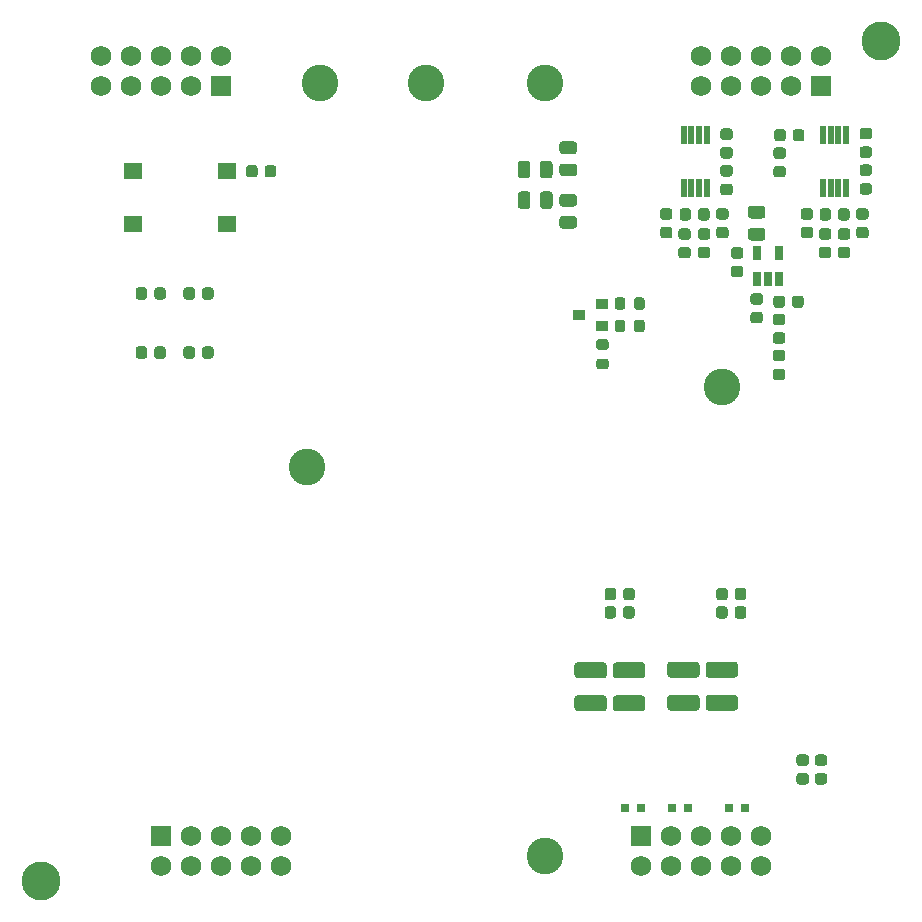
<source format=gts>
G04 #@! TF.GenerationSoftware,KiCad,Pcbnew,(5.1.6)-1*
G04 #@! TF.CreationDate,2021-04-16T13:49:19+02:00*
G04 #@! TF.ProjectId,Interfaceboard,496e7465-7266-4616-9365-626f6172642e,Version 1*
G04 #@! TF.SameCoordinates,Original*
G04 #@! TF.FileFunction,Soldermask,Top*
G04 #@! TF.FilePolarity,Negative*
%FSLAX46Y46*%
G04 Gerber Fmt 4.6, Leading zero omitted, Abs format (unit mm)*
G04 Created by KiCad (PCBNEW (5.1.6)-1) date 2021-04-16 13:49:19*
%MOMM*%
%LPD*%
G01*
G04 APERTURE LIST*
%ADD10C,3.300000*%
%ADD11R,1.000000X0.900000*%
%ADD12C,3.100000*%
%ADD13R,0.750000X1.160000*%
%ADD14R,0.550000X1.550000*%
%ADD15R,0.700000X0.800000*%
%ADD16R,1.750000X1.750000*%
%ADD17C,1.750000*%
%ADD18R,1.650000X1.400000*%
G04 APERTURE END LIST*
D10*
X109450000Y-125550000D03*
X180550000Y-54450000D03*
G36*
G01*
X118400000Y-80568750D02*
X118400000Y-81131250D01*
G75*
G02*
X118156250Y-81375000I-243750J0D01*
G01*
X117668750Y-81375000D01*
G75*
G02*
X117425000Y-81131250I0J243750D01*
G01*
X117425000Y-80568750D01*
G75*
G02*
X117668750Y-80325000I243750J0D01*
G01*
X118156250Y-80325000D01*
G75*
G02*
X118400000Y-80568750I0J-243750D01*
G01*
G37*
G36*
G01*
X119975000Y-80568750D02*
X119975000Y-81131250D01*
G75*
G02*
X119731250Y-81375000I-243750J0D01*
G01*
X119243750Y-81375000D01*
G75*
G02*
X119000000Y-81131250I0J243750D01*
G01*
X119000000Y-80568750D01*
G75*
G02*
X119243750Y-80325000I243750J0D01*
G01*
X119731250Y-80325000D01*
G75*
G02*
X119975000Y-80568750I0J-243750D01*
G01*
G37*
G36*
G01*
X118400000Y-75568750D02*
X118400000Y-76131250D01*
G75*
G02*
X118156250Y-76375000I-243750J0D01*
G01*
X117668750Y-76375000D01*
G75*
G02*
X117425000Y-76131250I0J243750D01*
G01*
X117425000Y-75568750D01*
G75*
G02*
X117668750Y-75325000I243750J0D01*
G01*
X118156250Y-75325000D01*
G75*
G02*
X118400000Y-75568750I0J-243750D01*
G01*
G37*
G36*
G01*
X119975000Y-75568750D02*
X119975000Y-76131250D01*
G75*
G02*
X119731250Y-76375000I-243750J0D01*
G01*
X119243750Y-76375000D01*
G75*
G02*
X119000000Y-76131250I0J243750D01*
G01*
X119000000Y-75568750D01*
G75*
G02*
X119243750Y-75325000I243750J0D01*
G01*
X119731250Y-75325000D01*
G75*
G02*
X119975000Y-75568750I0J-243750D01*
G01*
G37*
G36*
G01*
X122450000Y-80568750D02*
X122450000Y-81131250D01*
G75*
G02*
X122206250Y-81375000I-243750J0D01*
G01*
X121718750Y-81375000D01*
G75*
G02*
X121475000Y-81131250I0J243750D01*
G01*
X121475000Y-80568750D01*
G75*
G02*
X121718750Y-80325000I243750J0D01*
G01*
X122206250Y-80325000D01*
G75*
G02*
X122450000Y-80568750I0J-243750D01*
G01*
G37*
G36*
G01*
X124025000Y-80568750D02*
X124025000Y-81131250D01*
G75*
G02*
X123781250Y-81375000I-243750J0D01*
G01*
X123293750Y-81375000D01*
G75*
G02*
X123050000Y-81131250I0J243750D01*
G01*
X123050000Y-80568750D01*
G75*
G02*
X123293750Y-80325000I243750J0D01*
G01*
X123781250Y-80325000D01*
G75*
G02*
X124025000Y-80568750I0J-243750D01*
G01*
G37*
G36*
G01*
X122450000Y-75568750D02*
X122450000Y-76131250D01*
G75*
G02*
X122206250Y-76375000I-243750J0D01*
G01*
X121718750Y-76375000D01*
G75*
G02*
X121475000Y-76131250I0J243750D01*
G01*
X121475000Y-75568750D01*
G75*
G02*
X121718750Y-75325000I243750J0D01*
G01*
X122206250Y-75325000D01*
G75*
G02*
X122450000Y-75568750I0J-243750D01*
G01*
G37*
G36*
G01*
X124025000Y-75568750D02*
X124025000Y-76131250D01*
G75*
G02*
X123781250Y-76375000I-243750J0D01*
G01*
X123293750Y-76375000D01*
G75*
G02*
X123050000Y-76131250I0J243750D01*
G01*
X123050000Y-75568750D01*
G75*
G02*
X123293750Y-75325000I243750J0D01*
G01*
X123781250Y-75325000D01*
G75*
G02*
X124025000Y-75568750I0J-243750D01*
G01*
G37*
G36*
G01*
X159625000Y-77000000D02*
X159625000Y-76400000D01*
G75*
G02*
X159850000Y-76175000I225000J0D01*
G01*
X160300000Y-76175000D01*
G75*
G02*
X160525000Y-76400000I0J-225000D01*
G01*
X160525000Y-77000000D01*
G75*
G02*
X160300000Y-77225000I-225000J0D01*
G01*
X159850000Y-77225000D01*
G75*
G02*
X159625000Y-77000000I0J225000D01*
G01*
G37*
G36*
G01*
X157975000Y-77000000D02*
X157975000Y-76400000D01*
G75*
G02*
X158200000Y-76175000I225000J0D01*
G01*
X158650000Y-76175000D01*
G75*
G02*
X158875000Y-76400000I0J-225000D01*
G01*
X158875000Y-77000000D01*
G75*
G02*
X158650000Y-77225000I-225000J0D01*
G01*
X158200000Y-77225000D01*
G75*
G02*
X157975000Y-77000000I0J225000D01*
G01*
G37*
G36*
G01*
X158875000Y-78300000D02*
X158875000Y-78900000D01*
G75*
G02*
X158650000Y-79125000I-225000J0D01*
G01*
X158200000Y-79125000D01*
G75*
G02*
X157975000Y-78900000I0J225000D01*
G01*
X157975000Y-78300000D01*
G75*
G02*
X158200000Y-78075000I225000J0D01*
G01*
X158650000Y-78075000D01*
G75*
G02*
X158875000Y-78300000I0J-225000D01*
G01*
G37*
G36*
G01*
X160525000Y-78300000D02*
X160525000Y-78900000D01*
G75*
G02*
X160300000Y-79125000I-225000J0D01*
G01*
X159850000Y-79125000D01*
G75*
G02*
X159625000Y-78900000I0J225000D01*
G01*
X159625000Y-78300000D01*
G75*
G02*
X159850000Y-78075000I225000J0D01*
G01*
X160300000Y-78075000D01*
G75*
G02*
X160525000Y-78300000I0J-225000D01*
G01*
G37*
G36*
G01*
X156650000Y-81375000D02*
X157250000Y-81375000D01*
G75*
G02*
X157475000Y-81600000I0J-225000D01*
G01*
X157475000Y-82050000D01*
G75*
G02*
X157250000Y-82275000I-225000J0D01*
G01*
X156650000Y-82275000D01*
G75*
G02*
X156425000Y-82050000I0J225000D01*
G01*
X156425000Y-81600000D01*
G75*
G02*
X156650000Y-81375000I225000J0D01*
G01*
G37*
G36*
G01*
X156650000Y-79725000D02*
X157250000Y-79725000D01*
G75*
G02*
X157475000Y-79950000I0J-225000D01*
G01*
X157475000Y-80400000D01*
G75*
G02*
X157250000Y-80625000I-225000J0D01*
G01*
X156650000Y-80625000D01*
G75*
G02*
X156425000Y-80400000I0J225000D01*
G01*
X156425000Y-79950000D01*
G75*
G02*
X156650000Y-79725000I225000J0D01*
G01*
G37*
D11*
X154950000Y-77650000D03*
X156950000Y-76700000D03*
X156950000Y-78600000D03*
D12*
X133000000Y-58000000D03*
X142000000Y-58000000D03*
D13*
X170000000Y-72450000D03*
X171900000Y-72450000D03*
X171900000Y-74650000D03*
X170950000Y-74650000D03*
X170000000Y-74650000D03*
D14*
X163825000Y-66875000D03*
X164475000Y-66875000D03*
X165125000Y-66875000D03*
X165775000Y-66875000D03*
X165775000Y-62425000D03*
X165125000Y-62425000D03*
X164475000Y-62425000D03*
X163825000Y-62425000D03*
X175625000Y-66875000D03*
X176275000Y-66875000D03*
X176925000Y-66875000D03*
X177575000Y-66875000D03*
X177575000Y-62425000D03*
X176925000Y-62425000D03*
X176275000Y-62425000D03*
X175625000Y-62425000D03*
G36*
G01*
X175168750Y-116450000D02*
X175731250Y-116450000D01*
G75*
G02*
X175975000Y-116693750I0J-243750D01*
G01*
X175975000Y-117181250D01*
G75*
G02*
X175731250Y-117425000I-243750J0D01*
G01*
X175168750Y-117425000D01*
G75*
G02*
X174925000Y-117181250I0J243750D01*
G01*
X174925000Y-116693750D01*
G75*
G02*
X175168750Y-116450000I243750J0D01*
G01*
G37*
G36*
G01*
X175168750Y-114875000D02*
X175731250Y-114875000D01*
G75*
G02*
X175975000Y-115118750I0J-243750D01*
G01*
X175975000Y-115606250D01*
G75*
G02*
X175731250Y-115850000I-243750J0D01*
G01*
X175168750Y-115850000D01*
G75*
G02*
X174925000Y-115606250I0J243750D01*
G01*
X174925000Y-115118750D01*
G75*
G02*
X175168750Y-114875000I243750J0D01*
G01*
G37*
G36*
G01*
X171668750Y-65050000D02*
X172231250Y-65050000D01*
G75*
G02*
X172475000Y-65293750I0J-243750D01*
G01*
X172475000Y-65781250D01*
G75*
G02*
X172231250Y-66025000I-243750J0D01*
G01*
X171668750Y-66025000D01*
G75*
G02*
X171425000Y-65781250I0J243750D01*
G01*
X171425000Y-65293750D01*
G75*
G02*
X171668750Y-65050000I243750J0D01*
G01*
G37*
G36*
G01*
X171668750Y-63475000D02*
X172231250Y-63475000D01*
G75*
G02*
X172475000Y-63718750I0J-243750D01*
G01*
X172475000Y-64206250D01*
G75*
G02*
X172231250Y-64450000I-243750J0D01*
G01*
X171668750Y-64450000D01*
G75*
G02*
X171425000Y-64206250I0J243750D01*
G01*
X171425000Y-63718750D01*
G75*
G02*
X171668750Y-63475000I243750J0D01*
G01*
G37*
G36*
G01*
X171618750Y-79137500D02*
X172181250Y-79137500D01*
G75*
G02*
X172425000Y-79381250I0J-243750D01*
G01*
X172425000Y-79868750D01*
G75*
G02*
X172181250Y-80112500I-243750J0D01*
G01*
X171618750Y-80112500D01*
G75*
G02*
X171375000Y-79868750I0J243750D01*
G01*
X171375000Y-79381250D01*
G75*
G02*
X171618750Y-79137500I243750J0D01*
G01*
G37*
G36*
G01*
X171618750Y-77562500D02*
X172181250Y-77562500D01*
G75*
G02*
X172425000Y-77806250I0J-243750D01*
G01*
X172425000Y-78293750D01*
G75*
G02*
X172181250Y-78537500I-243750J0D01*
G01*
X171618750Y-78537500D01*
G75*
G02*
X171375000Y-78293750I0J243750D01*
G01*
X171375000Y-77806250D01*
G75*
G02*
X171618750Y-77562500I243750J0D01*
G01*
G37*
G36*
G01*
X171618750Y-82200000D02*
X172181250Y-82200000D01*
G75*
G02*
X172425000Y-82443750I0J-243750D01*
G01*
X172425000Y-82931250D01*
G75*
G02*
X172181250Y-83175000I-243750J0D01*
G01*
X171618750Y-83175000D01*
G75*
G02*
X171375000Y-82931250I0J243750D01*
G01*
X171375000Y-82443750D01*
G75*
G02*
X171618750Y-82200000I243750J0D01*
G01*
G37*
G36*
G01*
X171618750Y-80625000D02*
X172181250Y-80625000D01*
G75*
G02*
X172425000Y-80868750I0J-243750D01*
G01*
X172425000Y-81356250D01*
G75*
G02*
X172181250Y-81600000I-243750J0D01*
G01*
X171618750Y-81600000D01*
G75*
G02*
X171375000Y-81356250I0J243750D01*
G01*
X171375000Y-80868750D01*
G75*
G02*
X171618750Y-80625000I243750J0D01*
G01*
G37*
G36*
G01*
X174181250Y-115850000D02*
X173618750Y-115850000D01*
G75*
G02*
X173375000Y-115606250I0J243750D01*
G01*
X173375000Y-115118750D01*
G75*
G02*
X173618750Y-114875000I243750J0D01*
G01*
X174181250Y-114875000D01*
G75*
G02*
X174425000Y-115118750I0J-243750D01*
G01*
X174425000Y-115606250D01*
G75*
G02*
X174181250Y-115850000I-243750J0D01*
G01*
G37*
G36*
G01*
X174181250Y-117425000D02*
X173618750Y-117425000D01*
G75*
G02*
X173375000Y-117181250I0J243750D01*
G01*
X173375000Y-116693750D01*
G75*
G02*
X173618750Y-116450000I243750J0D01*
G01*
X174181250Y-116450000D01*
G75*
G02*
X174425000Y-116693750I0J-243750D01*
G01*
X174425000Y-117181250D01*
G75*
G02*
X174181250Y-117425000I-243750J0D01*
G01*
G37*
G36*
G01*
X158700000Y-101581250D02*
X158700000Y-101018750D01*
G75*
G02*
X158943750Y-100775000I243750J0D01*
G01*
X159431250Y-100775000D01*
G75*
G02*
X159675000Y-101018750I0J-243750D01*
G01*
X159675000Y-101581250D01*
G75*
G02*
X159431250Y-101825000I-243750J0D01*
G01*
X158943750Y-101825000D01*
G75*
G02*
X158700000Y-101581250I0J243750D01*
G01*
G37*
G36*
G01*
X157125000Y-101581250D02*
X157125000Y-101018750D01*
G75*
G02*
X157368750Y-100775000I243750J0D01*
G01*
X157856250Y-100775000D01*
G75*
G02*
X158100000Y-101018750I0J-243750D01*
G01*
X158100000Y-101581250D01*
G75*
G02*
X157856250Y-101825000I-243750J0D01*
G01*
X157368750Y-101825000D01*
G75*
G02*
X157125000Y-101581250I0J243750D01*
G01*
G37*
G36*
G01*
X158700000Y-103131250D02*
X158700000Y-102568750D01*
G75*
G02*
X158943750Y-102325000I243750J0D01*
G01*
X159431250Y-102325000D01*
G75*
G02*
X159675000Y-102568750I0J-243750D01*
G01*
X159675000Y-103131250D01*
G75*
G02*
X159431250Y-103375000I-243750J0D01*
G01*
X158943750Y-103375000D01*
G75*
G02*
X158700000Y-103131250I0J243750D01*
G01*
G37*
G36*
G01*
X157125000Y-103131250D02*
X157125000Y-102568750D01*
G75*
G02*
X157368750Y-102325000I243750J0D01*
G01*
X157856250Y-102325000D01*
G75*
G02*
X158100000Y-102568750I0J-243750D01*
G01*
X158100000Y-103131250D01*
G75*
G02*
X157856250Y-103375000I-243750J0D01*
G01*
X157368750Y-103375000D01*
G75*
G02*
X157125000Y-103131250I0J243750D01*
G01*
G37*
G36*
G01*
X154845000Y-109875000D02*
X157055000Y-109875000D01*
G75*
G02*
X157325000Y-110145000I0J-270000D01*
G01*
X157325000Y-110955000D01*
G75*
G02*
X157055000Y-111225000I-270000J0D01*
G01*
X154845000Y-111225000D01*
G75*
G02*
X154575000Y-110955000I0J270000D01*
G01*
X154575000Y-110145000D01*
G75*
G02*
X154845000Y-109875000I270000J0D01*
G01*
G37*
G36*
G01*
X154845000Y-107075000D02*
X157055000Y-107075000D01*
G75*
G02*
X157325000Y-107345000I0J-270000D01*
G01*
X157325000Y-108155000D01*
G75*
G02*
X157055000Y-108425000I-270000J0D01*
G01*
X154845000Y-108425000D01*
G75*
G02*
X154575000Y-108155000I0J270000D01*
G01*
X154575000Y-107345000D01*
G75*
G02*
X154845000Y-107075000I270000J0D01*
G01*
G37*
G36*
G01*
X163618750Y-71900000D02*
X164181250Y-71900000D01*
G75*
G02*
X164425000Y-72143750I0J-243750D01*
G01*
X164425000Y-72631250D01*
G75*
G02*
X164181250Y-72875000I-243750J0D01*
G01*
X163618750Y-72875000D01*
G75*
G02*
X163375000Y-72631250I0J243750D01*
G01*
X163375000Y-72143750D01*
G75*
G02*
X163618750Y-71900000I243750J0D01*
G01*
G37*
G36*
G01*
X163618750Y-70325000D02*
X164181250Y-70325000D01*
G75*
G02*
X164425000Y-70568750I0J-243750D01*
G01*
X164425000Y-71056250D01*
G75*
G02*
X164181250Y-71300000I-243750J0D01*
G01*
X163618750Y-71300000D01*
G75*
G02*
X163375000Y-71056250I0J243750D01*
G01*
X163375000Y-70568750D01*
G75*
G02*
X163618750Y-70325000I243750J0D01*
G01*
G37*
G36*
G01*
X158095000Y-109875000D02*
X160305000Y-109875000D01*
G75*
G02*
X160575000Y-110145000I0J-270000D01*
G01*
X160575000Y-110955000D01*
G75*
G02*
X160305000Y-111225000I-270000J0D01*
G01*
X158095000Y-111225000D01*
G75*
G02*
X157825000Y-110955000I0J270000D01*
G01*
X157825000Y-110145000D01*
G75*
G02*
X158095000Y-109875000I270000J0D01*
G01*
G37*
G36*
G01*
X158095000Y-107075000D02*
X160305000Y-107075000D01*
G75*
G02*
X160575000Y-107345000I0J-270000D01*
G01*
X160575000Y-108155000D01*
G75*
G02*
X160305000Y-108425000I-270000J0D01*
G01*
X158095000Y-108425000D01*
G75*
G02*
X157825000Y-108155000I0J270000D01*
G01*
X157825000Y-107345000D01*
G75*
G02*
X158095000Y-107075000I270000J0D01*
G01*
G37*
G36*
G01*
X165268750Y-71900000D02*
X165831250Y-71900000D01*
G75*
G02*
X166075000Y-72143750I0J-243750D01*
G01*
X166075000Y-72631250D01*
G75*
G02*
X165831250Y-72875000I-243750J0D01*
G01*
X165268750Y-72875000D01*
G75*
G02*
X165025000Y-72631250I0J243750D01*
G01*
X165025000Y-72143750D01*
G75*
G02*
X165268750Y-71900000I243750J0D01*
G01*
G37*
G36*
G01*
X165268750Y-70325000D02*
X165831250Y-70325000D01*
G75*
G02*
X166075000Y-70568750I0J-243750D01*
G01*
X166075000Y-71056250D01*
G75*
G02*
X165831250Y-71300000I-243750J0D01*
G01*
X165268750Y-71300000D01*
G75*
G02*
X165025000Y-71056250I0J243750D01*
G01*
X165025000Y-70568750D01*
G75*
G02*
X165268750Y-70325000I243750J0D01*
G01*
G37*
G36*
G01*
X167550000Y-101018750D02*
X167550000Y-101581250D01*
G75*
G02*
X167306250Y-101825000I-243750J0D01*
G01*
X166818750Y-101825000D01*
G75*
G02*
X166575000Y-101581250I0J243750D01*
G01*
X166575000Y-101018750D01*
G75*
G02*
X166818750Y-100775000I243750J0D01*
G01*
X167306250Y-100775000D01*
G75*
G02*
X167550000Y-101018750I0J-243750D01*
G01*
G37*
G36*
G01*
X169125000Y-101018750D02*
X169125000Y-101581250D01*
G75*
G02*
X168881250Y-101825000I-243750J0D01*
G01*
X168393750Y-101825000D01*
G75*
G02*
X168150000Y-101581250I0J243750D01*
G01*
X168150000Y-101018750D01*
G75*
G02*
X168393750Y-100775000I243750J0D01*
G01*
X168881250Y-100775000D01*
G75*
G02*
X169125000Y-101018750I0J-243750D01*
G01*
G37*
G36*
G01*
X167550000Y-102568750D02*
X167550000Y-103131250D01*
G75*
G02*
X167306250Y-103375000I-243750J0D01*
G01*
X166818750Y-103375000D01*
G75*
G02*
X166575000Y-103131250I0J243750D01*
G01*
X166575000Y-102568750D01*
G75*
G02*
X166818750Y-102325000I243750J0D01*
G01*
X167306250Y-102325000D01*
G75*
G02*
X167550000Y-102568750I0J-243750D01*
G01*
G37*
G36*
G01*
X169125000Y-102568750D02*
X169125000Y-103131250D01*
G75*
G02*
X168881250Y-103375000I-243750J0D01*
G01*
X168393750Y-103375000D01*
G75*
G02*
X168150000Y-103131250I0J243750D01*
G01*
X168150000Y-102568750D01*
G75*
G02*
X168393750Y-102325000I243750J0D01*
G01*
X168881250Y-102325000D01*
G75*
G02*
X169125000Y-102568750I0J-243750D01*
G01*
G37*
G36*
G01*
X162695000Y-109825000D02*
X164905000Y-109825000D01*
G75*
G02*
X165175000Y-110095000I0J-270000D01*
G01*
X165175000Y-110905000D01*
G75*
G02*
X164905000Y-111175000I-270000J0D01*
G01*
X162695000Y-111175000D01*
G75*
G02*
X162425000Y-110905000I0J270000D01*
G01*
X162425000Y-110095000D01*
G75*
G02*
X162695000Y-109825000I270000J0D01*
G01*
G37*
G36*
G01*
X162695000Y-107025000D02*
X164905000Y-107025000D01*
G75*
G02*
X165175000Y-107295000I0J-270000D01*
G01*
X165175000Y-108105000D01*
G75*
G02*
X164905000Y-108375000I-270000J0D01*
G01*
X162695000Y-108375000D01*
G75*
G02*
X162425000Y-108105000I0J270000D01*
G01*
X162425000Y-107295000D01*
G75*
G02*
X162695000Y-107025000I270000J0D01*
G01*
G37*
G36*
G01*
X175518750Y-71900000D02*
X176081250Y-71900000D01*
G75*
G02*
X176325000Y-72143750I0J-243750D01*
G01*
X176325000Y-72631250D01*
G75*
G02*
X176081250Y-72875000I-243750J0D01*
G01*
X175518750Y-72875000D01*
G75*
G02*
X175275000Y-72631250I0J243750D01*
G01*
X175275000Y-72143750D01*
G75*
G02*
X175518750Y-71900000I243750J0D01*
G01*
G37*
G36*
G01*
X175518750Y-70325000D02*
X176081250Y-70325000D01*
G75*
G02*
X176325000Y-70568750I0J-243750D01*
G01*
X176325000Y-71056250D01*
G75*
G02*
X176081250Y-71300000I-243750J0D01*
G01*
X175518750Y-71300000D01*
G75*
G02*
X175275000Y-71056250I0J243750D01*
G01*
X175275000Y-70568750D01*
G75*
G02*
X175518750Y-70325000I243750J0D01*
G01*
G37*
G36*
G01*
X165945000Y-109825000D02*
X168155000Y-109825000D01*
G75*
G02*
X168425000Y-110095000I0J-270000D01*
G01*
X168425000Y-110905000D01*
G75*
G02*
X168155000Y-111175000I-270000J0D01*
G01*
X165945000Y-111175000D01*
G75*
G02*
X165675000Y-110905000I0J270000D01*
G01*
X165675000Y-110095000D01*
G75*
G02*
X165945000Y-109825000I270000J0D01*
G01*
G37*
G36*
G01*
X165945000Y-107025000D02*
X168155000Y-107025000D01*
G75*
G02*
X168425000Y-107295000I0J-270000D01*
G01*
X168425000Y-108105000D01*
G75*
G02*
X168155000Y-108375000I-270000J0D01*
G01*
X165945000Y-108375000D01*
G75*
G02*
X165675000Y-108105000I0J270000D01*
G01*
X165675000Y-107295000D01*
G75*
G02*
X165945000Y-107025000I270000J0D01*
G01*
G37*
G36*
G01*
X177118750Y-71900000D02*
X177681250Y-71900000D01*
G75*
G02*
X177925000Y-72143750I0J-243750D01*
G01*
X177925000Y-72631250D01*
G75*
G02*
X177681250Y-72875000I-243750J0D01*
G01*
X177118750Y-72875000D01*
G75*
G02*
X176875000Y-72631250I0J243750D01*
G01*
X176875000Y-72143750D01*
G75*
G02*
X177118750Y-71900000I243750J0D01*
G01*
G37*
G36*
G01*
X177118750Y-70325000D02*
X177681250Y-70325000D01*
G75*
G02*
X177925000Y-70568750I0J-243750D01*
G01*
X177925000Y-71056250D01*
G75*
G02*
X177681250Y-71300000I-243750J0D01*
G01*
X177118750Y-71300000D01*
G75*
G02*
X176875000Y-71056250I0J243750D01*
G01*
X176875000Y-70568750D01*
G75*
G02*
X177118750Y-70325000I243750J0D01*
G01*
G37*
G36*
G01*
X150850000Y-67468750D02*
X150850000Y-68431250D01*
G75*
G02*
X150581250Y-68700000I-268750J0D01*
G01*
X150043750Y-68700000D01*
G75*
G02*
X149775000Y-68431250I0J268750D01*
G01*
X149775000Y-67468750D01*
G75*
G02*
X150043750Y-67200000I268750J0D01*
G01*
X150581250Y-67200000D01*
G75*
G02*
X150850000Y-67468750I0J-268750D01*
G01*
G37*
G36*
G01*
X152725000Y-67468750D02*
X152725000Y-68431250D01*
G75*
G02*
X152456250Y-68700000I-268750J0D01*
G01*
X151918750Y-68700000D01*
G75*
G02*
X151650000Y-68431250I0J268750D01*
G01*
X151650000Y-67468750D01*
G75*
G02*
X151918750Y-67200000I268750J0D01*
G01*
X152456250Y-67200000D01*
G75*
G02*
X152725000Y-67468750I0J-268750D01*
G01*
G37*
G36*
G01*
X151650000Y-65831250D02*
X151650000Y-64868750D01*
G75*
G02*
X151918750Y-64600000I268750J0D01*
G01*
X152456250Y-64600000D01*
G75*
G02*
X152725000Y-64868750I0J-268750D01*
G01*
X152725000Y-65831250D01*
G75*
G02*
X152456250Y-66100000I-268750J0D01*
G01*
X151918750Y-66100000D01*
G75*
G02*
X151650000Y-65831250I0J268750D01*
G01*
G37*
G36*
G01*
X149775000Y-65831250D02*
X149775000Y-64868750D01*
G75*
G02*
X150043750Y-64600000I268750J0D01*
G01*
X150581250Y-64600000D01*
G75*
G02*
X150850000Y-64868750I0J-268750D01*
G01*
X150850000Y-65831250D01*
G75*
G02*
X150581250Y-66100000I-268750J0D01*
G01*
X150043750Y-66100000D01*
G75*
G02*
X149775000Y-65831250I0J268750D01*
G01*
G37*
D15*
X167650000Y-119450000D03*
X169050000Y-119450000D03*
X160250000Y-119450000D03*
X158850000Y-119450000D03*
X162800000Y-119450000D03*
X164200000Y-119450000D03*
G36*
G01*
X169718750Y-77400000D02*
X170281250Y-77400000D01*
G75*
G02*
X170525000Y-77643750I0J-243750D01*
G01*
X170525000Y-78131250D01*
G75*
G02*
X170281250Y-78375000I-243750J0D01*
G01*
X169718750Y-78375000D01*
G75*
G02*
X169475000Y-78131250I0J243750D01*
G01*
X169475000Y-77643750D01*
G75*
G02*
X169718750Y-77400000I243750J0D01*
G01*
G37*
G36*
G01*
X169718750Y-75825000D02*
X170281250Y-75825000D01*
G75*
G02*
X170525000Y-76068750I0J-243750D01*
G01*
X170525000Y-76556250D01*
G75*
G02*
X170281250Y-76800000I-243750J0D01*
G01*
X169718750Y-76800000D01*
G75*
G02*
X169475000Y-76556250I0J243750D01*
G01*
X169475000Y-76068750D01*
G75*
G02*
X169718750Y-75825000I243750J0D01*
G01*
G37*
G36*
G01*
X173062500Y-62731250D02*
X173062500Y-62168750D01*
G75*
G02*
X173306250Y-61925000I243750J0D01*
G01*
X173793750Y-61925000D01*
G75*
G02*
X174037500Y-62168750I0J-243750D01*
G01*
X174037500Y-62731250D01*
G75*
G02*
X173793750Y-62975000I-243750J0D01*
G01*
X173306250Y-62975000D01*
G75*
G02*
X173062500Y-62731250I0J243750D01*
G01*
G37*
G36*
G01*
X171487500Y-62731250D02*
X171487500Y-62168750D01*
G75*
G02*
X171731250Y-61925000I243750J0D01*
G01*
X172218750Y-61925000D01*
G75*
G02*
X172462500Y-62168750I0J-243750D01*
G01*
X172462500Y-62731250D01*
G75*
G02*
X172218750Y-62975000I-243750J0D01*
G01*
X171731250Y-62975000D01*
G75*
G02*
X171487500Y-62731250I0J243750D01*
G01*
G37*
G36*
G01*
X173000000Y-76831250D02*
X173000000Y-76268750D01*
G75*
G02*
X173243750Y-76025000I243750J0D01*
G01*
X173731250Y-76025000D01*
G75*
G02*
X173975000Y-76268750I0J-243750D01*
G01*
X173975000Y-76831250D01*
G75*
G02*
X173731250Y-77075000I-243750J0D01*
G01*
X173243750Y-77075000D01*
G75*
G02*
X173000000Y-76831250I0J243750D01*
G01*
G37*
G36*
G01*
X171425000Y-76831250D02*
X171425000Y-76268750D01*
G75*
G02*
X171668750Y-76025000I243750J0D01*
G01*
X172156250Y-76025000D01*
G75*
G02*
X172400000Y-76268750I0J-243750D01*
G01*
X172400000Y-76831250D01*
G75*
G02*
X172156250Y-77075000I-243750J0D01*
G01*
X171668750Y-77075000D01*
G75*
G02*
X171425000Y-76831250I0J243750D01*
G01*
G37*
G36*
G01*
X168068750Y-73500000D02*
X168631250Y-73500000D01*
G75*
G02*
X168875000Y-73743750I0J-243750D01*
G01*
X168875000Y-74231250D01*
G75*
G02*
X168631250Y-74475000I-243750J0D01*
G01*
X168068750Y-74475000D01*
G75*
G02*
X167825000Y-74231250I0J243750D01*
G01*
X167825000Y-73743750D01*
G75*
G02*
X168068750Y-73500000I243750J0D01*
G01*
G37*
G36*
G01*
X168068750Y-71925000D02*
X168631250Y-71925000D01*
G75*
G02*
X168875000Y-72168750I0J-243750D01*
G01*
X168875000Y-72656250D01*
G75*
G02*
X168631250Y-72900000I-243750J0D01*
G01*
X168068750Y-72900000D01*
G75*
G02*
X167825000Y-72656250I0J243750D01*
G01*
X167825000Y-72168750D01*
G75*
G02*
X168068750Y-71925000I243750J0D01*
G01*
G37*
G36*
G01*
X170481250Y-69500000D02*
X169518750Y-69500000D01*
G75*
G02*
X169250000Y-69231250I0J268750D01*
G01*
X169250000Y-68693750D01*
G75*
G02*
X169518750Y-68425000I268750J0D01*
G01*
X170481250Y-68425000D01*
G75*
G02*
X170750000Y-68693750I0J-268750D01*
G01*
X170750000Y-69231250D01*
G75*
G02*
X170481250Y-69500000I-268750J0D01*
G01*
G37*
G36*
G01*
X170481250Y-71375000D02*
X169518750Y-71375000D01*
G75*
G02*
X169250000Y-71106250I0J268750D01*
G01*
X169250000Y-70568750D01*
G75*
G02*
X169518750Y-70300000I268750J0D01*
G01*
X170481250Y-70300000D01*
G75*
G02*
X170750000Y-70568750I0J-268750D01*
G01*
X170750000Y-71106250D01*
G75*
G02*
X170481250Y-71375000I-268750J0D01*
G01*
G37*
G36*
G01*
X154531250Y-68487500D02*
X153568750Y-68487500D01*
G75*
G02*
X153300000Y-68218750I0J268750D01*
G01*
X153300000Y-67681250D01*
G75*
G02*
X153568750Y-67412500I268750J0D01*
G01*
X154531250Y-67412500D01*
G75*
G02*
X154800000Y-67681250I0J-268750D01*
G01*
X154800000Y-68218750D01*
G75*
G02*
X154531250Y-68487500I-268750J0D01*
G01*
G37*
G36*
G01*
X154531250Y-70362500D02*
X153568750Y-70362500D01*
G75*
G02*
X153300000Y-70093750I0J268750D01*
G01*
X153300000Y-69556250D01*
G75*
G02*
X153568750Y-69287500I268750J0D01*
G01*
X154531250Y-69287500D01*
G75*
G02*
X154800000Y-69556250I0J-268750D01*
G01*
X154800000Y-70093750D01*
G75*
G02*
X154531250Y-70362500I-268750J0D01*
G01*
G37*
G36*
G01*
X154531250Y-64050000D02*
X153568750Y-64050000D01*
G75*
G02*
X153300000Y-63781250I0J268750D01*
G01*
X153300000Y-63243750D01*
G75*
G02*
X153568750Y-62975000I268750J0D01*
G01*
X154531250Y-62975000D01*
G75*
G02*
X154800000Y-63243750I0J-268750D01*
G01*
X154800000Y-63781250D01*
G75*
G02*
X154531250Y-64050000I-268750J0D01*
G01*
G37*
G36*
G01*
X154531250Y-65925000D02*
X153568750Y-65925000D01*
G75*
G02*
X153300000Y-65656250I0J268750D01*
G01*
X153300000Y-65118750D01*
G75*
G02*
X153568750Y-64850000I268750J0D01*
G01*
X154531250Y-64850000D01*
G75*
G02*
X154800000Y-65118750I0J-268750D01*
G01*
X154800000Y-65656250D01*
G75*
G02*
X154531250Y-65925000I-268750J0D01*
G01*
G37*
G36*
G01*
X167731250Y-65950000D02*
X167168750Y-65950000D01*
G75*
G02*
X166925000Y-65706250I0J243750D01*
G01*
X166925000Y-65218750D01*
G75*
G02*
X167168750Y-64975000I243750J0D01*
G01*
X167731250Y-64975000D01*
G75*
G02*
X167975000Y-65218750I0J-243750D01*
G01*
X167975000Y-65706250D01*
G75*
G02*
X167731250Y-65950000I-243750J0D01*
G01*
G37*
G36*
G01*
X167731250Y-67525000D02*
X167168750Y-67525000D01*
G75*
G02*
X166925000Y-67281250I0J243750D01*
G01*
X166925000Y-66793750D01*
G75*
G02*
X167168750Y-66550000I243750J0D01*
G01*
X167731250Y-66550000D01*
G75*
G02*
X167975000Y-66793750I0J-243750D01*
G01*
X167975000Y-67281250D01*
G75*
G02*
X167731250Y-67525000I-243750J0D01*
G01*
G37*
G36*
G01*
X162068750Y-70200000D02*
X162631250Y-70200000D01*
G75*
G02*
X162875000Y-70443750I0J-243750D01*
G01*
X162875000Y-70931250D01*
G75*
G02*
X162631250Y-71175000I-243750J0D01*
G01*
X162068750Y-71175000D01*
G75*
G02*
X161825000Y-70931250I0J243750D01*
G01*
X161825000Y-70443750D01*
G75*
G02*
X162068750Y-70200000I243750J0D01*
G01*
G37*
G36*
G01*
X162068750Y-68625000D02*
X162631250Y-68625000D01*
G75*
G02*
X162875000Y-68868750I0J-243750D01*
G01*
X162875000Y-69356250D01*
G75*
G02*
X162631250Y-69600000I-243750J0D01*
G01*
X162068750Y-69600000D01*
G75*
G02*
X161825000Y-69356250I0J243750D01*
G01*
X161825000Y-68868750D01*
G75*
G02*
X162068750Y-68625000I243750J0D01*
G01*
G37*
G36*
G01*
X164450000Y-68868750D02*
X164450000Y-69431250D01*
G75*
G02*
X164206250Y-69675000I-243750J0D01*
G01*
X163718750Y-69675000D01*
G75*
G02*
X163475000Y-69431250I0J243750D01*
G01*
X163475000Y-68868750D01*
G75*
G02*
X163718750Y-68625000I243750J0D01*
G01*
X164206250Y-68625000D01*
G75*
G02*
X164450000Y-68868750I0J-243750D01*
G01*
G37*
G36*
G01*
X166025000Y-68868750D02*
X166025000Y-69431250D01*
G75*
G02*
X165781250Y-69675000I-243750J0D01*
G01*
X165293750Y-69675000D01*
G75*
G02*
X165050000Y-69431250I0J243750D01*
G01*
X165050000Y-68868750D01*
G75*
G02*
X165293750Y-68625000I243750J0D01*
G01*
X165781250Y-68625000D01*
G75*
G02*
X166025000Y-68868750I0J-243750D01*
G01*
G37*
G36*
G01*
X167381250Y-69600000D02*
X166818750Y-69600000D01*
G75*
G02*
X166575000Y-69356250I0J243750D01*
G01*
X166575000Y-68868750D01*
G75*
G02*
X166818750Y-68625000I243750J0D01*
G01*
X167381250Y-68625000D01*
G75*
G02*
X167625000Y-68868750I0J-243750D01*
G01*
X167625000Y-69356250D01*
G75*
G02*
X167381250Y-69600000I-243750J0D01*
G01*
G37*
G36*
G01*
X167381250Y-71175000D02*
X166818750Y-71175000D01*
G75*
G02*
X166575000Y-70931250I0J243750D01*
G01*
X166575000Y-70443750D01*
G75*
G02*
X166818750Y-70200000I243750J0D01*
G01*
X167381250Y-70200000D01*
G75*
G02*
X167625000Y-70443750I0J-243750D01*
G01*
X167625000Y-70931250D01*
G75*
G02*
X167381250Y-71175000I-243750J0D01*
G01*
G37*
G36*
G01*
X167168750Y-63450000D02*
X167731250Y-63450000D01*
G75*
G02*
X167975000Y-63693750I0J-243750D01*
G01*
X167975000Y-64181250D01*
G75*
G02*
X167731250Y-64425000I-243750J0D01*
G01*
X167168750Y-64425000D01*
G75*
G02*
X166925000Y-64181250I0J243750D01*
G01*
X166925000Y-63693750D01*
G75*
G02*
X167168750Y-63450000I243750J0D01*
G01*
G37*
G36*
G01*
X167168750Y-61875000D02*
X167731250Y-61875000D01*
G75*
G02*
X167975000Y-62118750I0J-243750D01*
G01*
X167975000Y-62606250D01*
G75*
G02*
X167731250Y-62850000I-243750J0D01*
G01*
X167168750Y-62850000D01*
G75*
G02*
X166925000Y-62606250I0J243750D01*
G01*
X166925000Y-62118750D01*
G75*
G02*
X167168750Y-61875000I243750J0D01*
G01*
G37*
G36*
G01*
X179531250Y-65900000D02*
X178968750Y-65900000D01*
G75*
G02*
X178725000Y-65656250I0J243750D01*
G01*
X178725000Y-65168750D01*
G75*
G02*
X178968750Y-64925000I243750J0D01*
G01*
X179531250Y-64925000D01*
G75*
G02*
X179775000Y-65168750I0J-243750D01*
G01*
X179775000Y-65656250D01*
G75*
G02*
X179531250Y-65900000I-243750J0D01*
G01*
G37*
G36*
G01*
X179531250Y-67475000D02*
X178968750Y-67475000D01*
G75*
G02*
X178725000Y-67231250I0J243750D01*
G01*
X178725000Y-66743750D01*
G75*
G02*
X178968750Y-66500000I243750J0D01*
G01*
X179531250Y-66500000D01*
G75*
G02*
X179775000Y-66743750I0J-243750D01*
G01*
X179775000Y-67231250D01*
G75*
G02*
X179531250Y-67475000I-243750J0D01*
G01*
G37*
G36*
G01*
X173968750Y-70200000D02*
X174531250Y-70200000D01*
G75*
G02*
X174775000Y-70443750I0J-243750D01*
G01*
X174775000Y-70931250D01*
G75*
G02*
X174531250Y-71175000I-243750J0D01*
G01*
X173968750Y-71175000D01*
G75*
G02*
X173725000Y-70931250I0J243750D01*
G01*
X173725000Y-70443750D01*
G75*
G02*
X173968750Y-70200000I243750J0D01*
G01*
G37*
G36*
G01*
X173968750Y-68625000D02*
X174531250Y-68625000D01*
G75*
G02*
X174775000Y-68868750I0J-243750D01*
G01*
X174775000Y-69356250D01*
G75*
G02*
X174531250Y-69600000I-243750J0D01*
G01*
X173968750Y-69600000D01*
G75*
G02*
X173725000Y-69356250I0J243750D01*
G01*
X173725000Y-68868750D01*
G75*
G02*
X173968750Y-68625000I243750J0D01*
G01*
G37*
G36*
G01*
X176300000Y-68868750D02*
X176300000Y-69431250D01*
G75*
G02*
X176056250Y-69675000I-243750J0D01*
G01*
X175568750Y-69675000D01*
G75*
G02*
X175325000Y-69431250I0J243750D01*
G01*
X175325000Y-68868750D01*
G75*
G02*
X175568750Y-68625000I243750J0D01*
G01*
X176056250Y-68625000D01*
G75*
G02*
X176300000Y-68868750I0J-243750D01*
G01*
G37*
G36*
G01*
X177875000Y-68868750D02*
X177875000Y-69431250D01*
G75*
G02*
X177631250Y-69675000I-243750J0D01*
G01*
X177143750Y-69675000D01*
G75*
G02*
X176900000Y-69431250I0J243750D01*
G01*
X176900000Y-68868750D01*
G75*
G02*
X177143750Y-68625000I243750J0D01*
G01*
X177631250Y-68625000D01*
G75*
G02*
X177875000Y-68868750I0J-243750D01*
G01*
G37*
G36*
G01*
X179231250Y-69600000D02*
X178668750Y-69600000D01*
G75*
G02*
X178425000Y-69356250I0J243750D01*
G01*
X178425000Y-68868750D01*
G75*
G02*
X178668750Y-68625000I243750J0D01*
G01*
X179231250Y-68625000D01*
G75*
G02*
X179475000Y-68868750I0J-243750D01*
G01*
X179475000Y-69356250D01*
G75*
G02*
X179231250Y-69600000I-243750J0D01*
G01*
G37*
G36*
G01*
X179231250Y-71175000D02*
X178668750Y-71175000D01*
G75*
G02*
X178425000Y-70931250I0J243750D01*
G01*
X178425000Y-70443750D01*
G75*
G02*
X178668750Y-70200000I243750J0D01*
G01*
X179231250Y-70200000D01*
G75*
G02*
X179475000Y-70443750I0J-243750D01*
G01*
X179475000Y-70931250D01*
G75*
G02*
X179231250Y-71175000I-243750J0D01*
G01*
G37*
G36*
G01*
X178968750Y-63400000D02*
X179531250Y-63400000D01*
G75*
G02*
X179775000Y-63643750I0J-243750D01*
G01*
X179775000Y-64131250D01*
G75*
G02*
X179531250Y-64375000I-243750J0D01*
G01*
X178968750Y-64375000D01*
G75*
G02*
X178725000Y-64131250I0J243750D01*
G01*
X178725000Y-63643750D01*
G75*
G02*
X178968750Y-63400000I243750J0D01*
G01*
G37*
G36*
G01*
X178968750Y-61825000D02*
X179531250Y-61825000D01*
G75*
G02*
X179775000Y-62068750I0J-243750D01*
G01*
X179775000Y-62556250D01*
G75*
G02*
X179531250Y-62800000I-243750J0D01*
G01*
X178968750Y-62800000D01*
G75*
G02*
X178725000Y-62556250I0J243750D01*
G01*
X178725000Y-62068750D01*
G75*
G02*
X178968750Y-61825000I243750J0D01*
G01*
G37*
D16*
X124690000Y-58260000D03*
D17*
X124690000Y-55720000D03*
X122150000Y-58260000D03*
X122150000Y-55720000D03*
X119610000Y-58260000D03*
X119610000Y-55720000D03*
X117070000Y-58260000D03*
X117070000Y-55720000D03*
X114530000Y-58260000D03*
X114530000Y-55720000D03*
D16*
X175470000Y-58260000D03*
D17*
X175470000Y-55720000D03*
X172930000Y-58260000D03*
X172930000Y-55720000D03*
X170390000Y-58260000D03*
X170390000Y-55720000D03*
X167850000Y-58260000D03*
X167850000Y-55720000D03*
X165310000Y-58260000D03*
X165310000Y-55720000D03*
D16*
X160240000Y-121740000D03*
D17*
X160240000Y-124280000D03*
X162780000Y-121740000D03*
X162780000Y-124280000D03*
X165320000Y-121740000D03*
X165320000Y-124280000D03*
X167860000Y-121740000D03*
X167860000Y-124280000D03*
X170400000Y-121740000D03*
X170400000Y-124280000D03*
D16*
X119600000Y-121740000D03*
D17*
X119600000Y-124280000D03*
X122140000Y-121740000D03*
X122140000Y-124280000D03*
X124680000Y-121740000D03*
X124680000Y-124280000D03*
X127220000Y-121740000D03*
X127220000Y-124280000D03*
X129760000Y-121740000D03*
X129760000Y-124280000D03*
D12*
X152050000Y-58000000D03*
X152050000Y-123500000D03*
X167100000Y-83800000D03*
X131950000Y-90500000D03*
D18*
X117170000Y-65500000D03*
X117170000Y-70000000D03*
X125130000Y-70000000D03*
X125130000Y-65500000D03*
G36*
G01*
X128350000Y-65781250D02*
X128350000Y-65218750D01*
G75*
G02*
X128593750Y-64975000I243750J0D01*
G01*
X129081250Y-64975000D01*
G75*
G02*
X129325000Y-65218750I0J-243750D01*
G01*
X129325000Y-65781250D01*
G75*
G02*
X129081250Y-66025000I-243750J0D01*
G01*
X128593750Y-66025000D01*
G75*
G02*
X128350000Y-65781250I0J243750D01*
G01*
G37*
G36*
G01*
X126775000Y-65781250D02*
X126775000Y-65218750D01*
G75*
G02*
X127018750Y-64975000I243750J0D01*
G01*
X127506250Y-64975000D01*
G75*
G02*
X127750000Y-65218750I0J-243750D01*
G01*
X127750000Y-65781250D01*
G75*
G02*
X127506250Y-66025000I-243750J0D01*
G01*
X127018750Y-66025000D01*
G75*
G02*
X126775000Y-65781250I0J243750D01*
G01*
G37*
M02*

</source>
